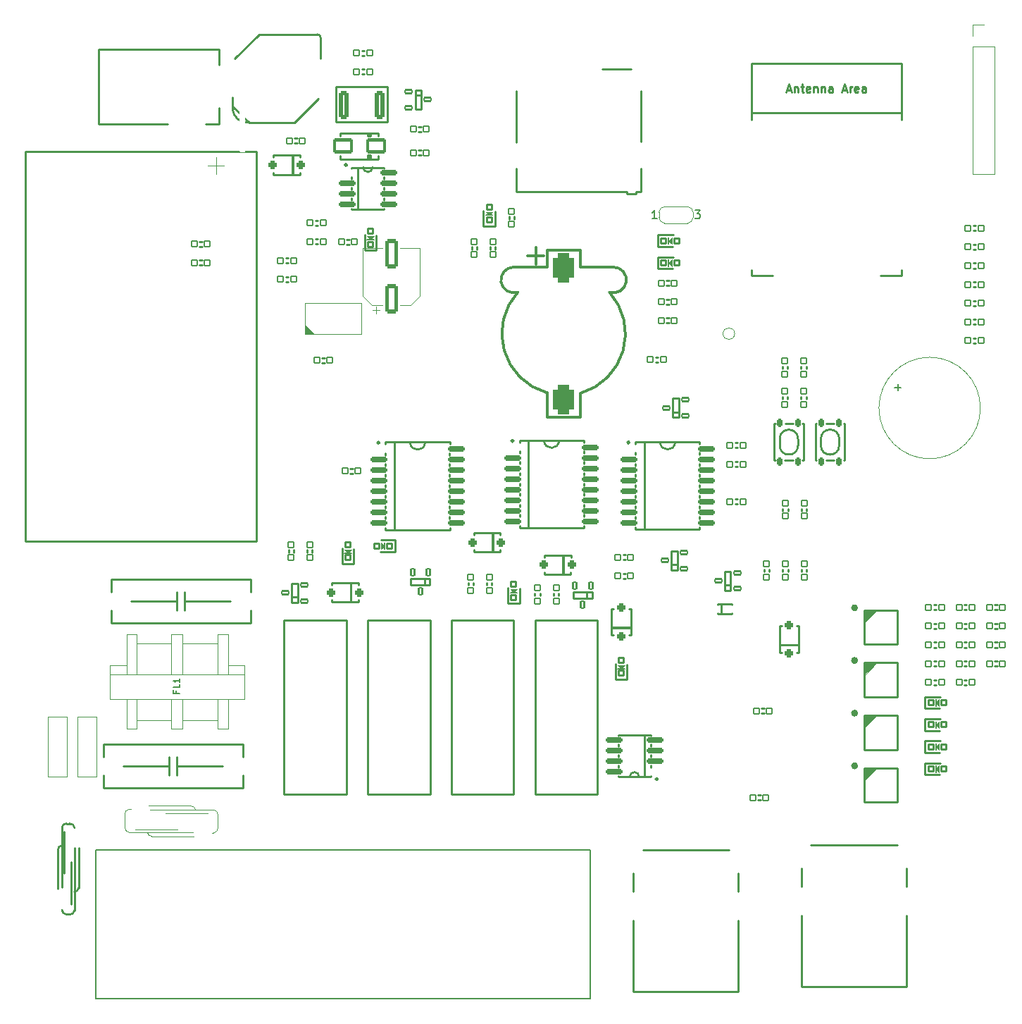
<source format=gbr>
%TF.GenerationSoftware,KiCad,Pcbnew,9.0.2*%
%TF.CreationDate,2025-09-14T14:53:03+07:00*%
%TF.ProjectId,train1,74726169-6e31-42e6-9b69-6361645f7063,rev?*%
%TF.SameCoordinates,Original*%
%TF.FileFunction,Legend,Top*%
%TF.FilePolarity,Positive*%
%FSLAX46Y46*%
G04 Gerber Fmt 4.6, Leading zero omitted, Abs format (unit mm)*
G04 Created by KiCad (PCBNEW 9.0.2) date 2025-09-14 14:53:03*
%MOMM*%
%LPD*%
G01*
G04 APERTURE LIST*
G04 Aperture macros list*
%AMRoundRect*
0 Rectangle with rounded corners*
0 $1 Rounding radius*
0 $2 $3 $4 $5 $6 $7 $8 $9 X,Y pos of 4 corners*
0 Add a 4 corners polygon primitive as box body*
4,1,4,$2,$3,$4,$5,$6,$7,$8,$9,$2,$3,0*
0 Add four circle primitives for the rounded corners*
1,1,$1+$1,$2,$3*
1,1,$1+$1,$4,$5*
1,1,$1+$1,$6,$7*
1,1,$1+$1,$8,$9*
0 Add four rect primitives between the rounded corners*
20,1,$1+$1,$2,$3,$4,$5,0*
20,1,$1+$1,$4,$5,$6,$7,0*
20,1,$1+$1,$6,$7,$8,$9,0*
20,1,$1+$1,$8,$9,$2,$3,0*%
%AMOutline4P*
0 Free polygon, 4 corners , with rotation*
0 The origin of the aperture is its center*
0 number of corners: always 4*
0 $1 to $8 corner X, Y*
0 $9 Rotation angle, in degrees counterclockwise*
0 create outline with 4 corners*
4,1,4,$1,$2,$3,$4,$5,$6,$7,$8,$1,$2,$9*%
%AMOutline5P*
0 Free polygon, 5 corners , with rotation*
0 The origin of the aperture is its center*
0 number of corners: always 5*
0 $1 to $10 corner X, Y*
0 $11 Rotation angle, in degrees counterclockwise*
0 create outline with 5 corners*
4,1,5,$1,$2,$3,$4,$5,$6,$7,$8,$9,$10,$1,$2,$11*%
%AMOutline6P*
0 Free polygon, 6 corners , with rotation*
0 The origin of the aperture is its center*
0 number of corners: always 6*
0 $1 to $12 corner X, Y*
0 $13 Rotation angle, in degrees counterclockwise*
0 create outline with 6 corners*
4,1,6,$1,$2,$3,$4,$5,$6,$7,$8,$9,$10,$11,$12,$1,$2,$13*%
%AMOutline7P*
0 Free polygon, 7 corners , with rotation*
0 The origin of the aperture is its center*
0 number of corners: always 7*
0 $1 to $14 corner X, Y*
0 $15 Rotation angle, in degrees counterclockwise*
0 create outline with 7 corners*
4,1,7,$1,$2,$3,$4,$5,$6,$7,$8,$9,$10,$11,$12,$13,$14,$1,$2,$15*%
%AMOutline8P*
0 Free polygon, 8 corners , with rotation*
0 The origin of the aperture is its center*
0 number of corners: always 8*
0 $1 to $16 corner X, Y*
0 $17 Rotation angle, in degrees counterclockwise*
0 create outline with 8 corners*
4,1,8,$1,$2,$3,$4,$5,$6,$7,$8,$9,$10,$11,$12,$13,$14,$15,$16,$1,$2,$17*%
%AMFreePoly0*
4,1,23,0.550000,-0.750000,0.000000,-0.750000,0.000000,-0.745722,-0.065263,-0.745722,-0.191342,-0.711940,-0.304381,-0.646677,-0.396677,-0.554381,-0.461940,-0.441342,-0.495722,-0.315263,-0.495722,-0.250000,-0.500000,-0.250000,-0.500000,0.250000,-0.495722,0.250000,-0.495722,0.315263,-0.461940,0.441342,-0.396677,0.554381,-0.304381,0.646677,-0.191342,0.711940,-0.065263,0.745722,0.000000,0.745722,
0.000000,0.750000,0.550000,0.750000,0.550000,-0.750000,0.550000,-0.750000,$1*%
%AMFreePoly1*
4,1,23,0.000000,0.745722,0.065263,0.745722,0.191342,0.711940,0.304381,0.646677,0.396677,0.554381,0.461940,0.441342,0.495722,0.315263,0.495722,0.250000,0.500000,0.250000,0.500000,-0.250000,0.495722,-0.250000,0.495722,-0.315263,0.461940,-0.441342,0.396677,-0.554381,0.304381,-0.646677,0.191342,-0.711940,0.065263,-0.745722,0.000000,-0.745722,0.000000,-0.750000,-0.550000,-0.750000,
-0.550000,0.750000,0.000000,0.750000,0.000000,0.745722,0.000000,0.745722,$1*%
G04 Aperture macros list end*
%ADD10C,0.150000*%
%ADD11C,0.200000*%
%ADD12C,0.250000*%
%ADD13C,0.120000*%
%ADD14C,0.100000*%
%ADD15C,0.283607*%
%ADD16C,0.425960*%
%ADD17C,0.300000*%
%ADD18R,2.000000X2.000000*%
%ADD19C,2.000000*%
%ADD20O,1.700000X1.700000*%
%ADD21R,1.700000X1.700000*%
%ADD22R,2.700000X3.600000*%
%ADD23RoundRect,0.275000X0.275000X0.275000X-0.275000X0.275000X-0.275000X-0.275000X0.275000X-0.275000X0*%
%ADD24RoundRect,0.180000X1.020000X0.720000X-1.020000X0.720000X-1.020000X-0.720000X1.020000X-0.720000X0*%
%ADD25RoundRect,0.085000X0.340000X0.365000X-0.340000X0.365000X-0.340000X-0.365000X0.340000X-0.365000X0*%
%ADD26RoundRect,0.085000X-0.340000X-0.365000X0.340000X-0.365000X0.340000X0.365000X-0.340000X0.365000X0*%
%ADD27RoundRect,0.250000X0.312500X1.450000X-0.312500X1.450000X-0.312500X-1.450000X0.312500X-1.450000X0*%
%ADD28RoundRect,0.127500X0.322500X-0.297500X0.322500X0.297500X-0.322500X0.297500X-0.322500X-0.297500X0*%
%ADD29RoundRect,0.150000X-0.825000X-0.150000X0.825000X-0.150000X0.825000X0.150000X-0.825000X0.150000X0*%
%ADD30Outline5P,-0.975000X0.000000X-0.675000X0.300000X0.975000X0.300000X0.975000X-0.300000X-0.975000X-0.300000X0.000000*%
%ADD31RoundRect,0.127500X-0.297500X-0.322500X0.297500X-0.322500X0.297500X0.322500X-0.297500X0.322500X0*%
%ADD32Outline5P,-0.750000X0.120000X-0.570000X0.300000X0.750000X0.300000X0.750000X-0.300000X-0.750000X-0.300000X0.000000*%
%ADD33R,1.500000X0.600000*%
%ADD34RoundRect,0.085000X0.365000X-0.340000X0.365000X0.340000X-0.365000X0.340000X-0.365000X-0.340000X0*%
%ADD35C,1.607998*%
%ADD36C,1.600000*%
%ADD37R,1.500000X1.500000*%
%ADD38C,1.500000*%
%ADD39C,3.000000*%
%ADD40RoundRect,0.085000X-0.365000X0.340000X-0.365000X-0.340000X0.365000X-0.340000X0.365000X0.340000X0*%
%ADD41Outline4P,-0.750000X-0.750000X0.750000X-0.750000X0.750000X0.750000X-0.750000X0.750000X0.000000*%
%ADD42RoundRect,0.090000X-0.410000X-0.210000X0.410000X-0.210000X0.410000X0.210000X-0.410000X0.210000X0*%
%ADD43Outline5P,-1.025000X0.000000X-0.725000X0.300000X1.025000X0.300000X1.025000X-0.300000X-1.025000X-0.300000X0.000000*%
%ADD44RoundRect,0.150000X-0.875000X-0.150000X0.875000X-0.150000X0.875000X0.150000X-0.875000X0.150000X0*%
%ADD45C,2.200000*%
%ADD46RoundRect,0.275000X0.275000X-0.275000X0.275000X0.275000X-0.275000X0.275000X-0.275000X-0.275000X0*%
%ADD47RoundRect,0.162500X-0.162500X0.362500X-0.162500X-0.362500X0.162500X-0.362500X0.162500X0.362500X0*%
%ADD48RoundRect,0.090000X-0.210000X0.410000X-0.210000X-0.410000X0.210000X-0.410000X0.210000X0.410000X0*%
%ADD49C,1.800000*%
%ADD50C,1.000000*%
%ADD51C,1.244600*%
%ADD52RoundRect,0.647700X0.647700X-1.155700X0.647700X1.155700X-0.647700X1.155700X-0.647700X-1.155700X0*%
%ADD53R,1.500000X0.900000*%
%ADD54R,0.900000X1.500000*%
%ADD55C,0.600000*%
%ADD56R,4.100000X4.100000*%
%ADD57R,0.800000X0.600000*%
%ADD58FreePoly0,0.000000*%
%ADD59R,1.000000X1.500000*%
%ADD60FreePoly1,0.000000*%
%ADD61RoundRect,0.090000X0.410000X0.210000X-0.410000X0.210000X-0.410000X-0.210000X0.410000X-0.210000X0*%
%ADD62C,0.950000*%
%ADD63R,0.620000X1.400000*%
%ADD64R,1.100000X2.400000*%
%ADD65R,1.800000X4.400000*%
%ADD66O,1.800000X4.000000*%
%ADD67O,4.000000X1.800000*%
%ADD68RoundRect,0.250000X0.550000X-1.500000X0.550000X1.500000X-0.550000X1.500000X-0.550000X-1.500000X0*%
%ADD69R,1.500000X2.000000*%
%ADD70R,3.800000X2.000000*%
%ADD71Outline5P,-0.975000X0.000000X-0.675000X0.300000X0.975000X0.300000X0.975000X-0.300000X-0.975000X-0.300000X180.000000*%
%ADD72RoundRect,0.150000X0.825000X0.150000X-0.825000X0.150000X-0.825000X-0.150000X0.825000X-0.150000X0*%
%ADD73O,4.000000X2.000000*%
%ADD74C,0.800000*%
%ADD75C,6.400000*%
%ADD76RoundRect,0.127500X0.297500X0.322500X-0.297500X0.322500X-0.297500X-0.322500X0.297500X-0.322500X0*%
G04 APERTURE END LIST*
D10*
X248709048Y-72133866D02*
X249470953Y-72133866D01*
X249090000Y-72514819D02*
X249090000Y-71752914D01*
D11*
X162340647Y-108590476D02*
X162340647Y-108857142D01*
X162759695Y-108857142D02*
X161959695Y-108857142D01*
X161959695Y-108857142D02*
X161959695Y-108476190D01*
X162759695Y-107790476D02*
X162759695Y-108171428D01*
X162759695Y-108171428D02*
X161959695Y-108171428D01*
X162759695Y-107104762D02*
X162759695Y-107561905D01*
X162759695Y-107333333D02*
X161959695Y-107333333D01*
X161959695Y-107333333D02*
X162073980Y-107409524D01*
X162073980Y-107409524D02*
X162150171Y-107485714D01*
X162150171Y-107485714D02*
X162188266Y-107561905D01*
D12*
X235738094Y-36388904D02*
X236214284Y-36388904D01*
X235642856Y-36674619D02*
X235976189Y-35674619D01*
X235976189Y-35674619D02*
X236309522Y-36674619D01*
X236642856Y-36007952D02*
X236642856Y-36674619D01*
X236642856Y-36103190D02*
X236690475Y-36055571D01*
X236690475Y-36055571D02*
X236785713Y-36007952D01*
X236785713Y-36007952D02*
X236928570Y-36007952D01*
X236928570Y-36007952D02*
X237023808Y-36055571D01*
X237023808Y-36055571D02*
X237071427Y-36150809D01*
X237071427Y-36150809D02*
X237071427Y-36674619D01*
X237404761Y-36007952D02*
X237785713Y-36007952D01*
X237547618Y-35674619D02*
X237547618Y-36531761D01*
X237547618Y-36531761D02*
X237595237Y-36627000D01*
X237595237Y-36627000D02*
X237690475Y-36674619D01*
X237690475Y-36674619D02*
X237785713Y-36674619D01*
X238499999Y-36627000D02*
X238404761Y-36674619D01*
X238404761Y-36674619D02*
X238214285Y-36674619D01*
X238214285Y-36674619D02*
X238119047Y-36627000D01*
X238119047Y-36627000D02*
X238071428Y-36531761D01*
X238071428Y-36531761D02*
X238071428Y-36150809D01*
X238071428Y-36150809D02*
X238119047Y-36055571D01*
X238119047Y-36055571D02*
X238214285Y-36007952D01*
X238214285Y-36007952D02*
X238404761Y-36007952D01*
X238404761Y-36007952D02*
X238499999Y-36055571D01*
X238499999Y-36055571D02*
X238547618Y-36150809D01*
X238547618Y-36150809D02*
X238547618Y-36246047D01*
X238547618Y-36246047D02*
X238071428Y-36341285D01*
X238976190Y-36007952D02*
X238976190Y-36674619D01*
X238976190Y-36103190D02*
X239023809Y-36055571D01*
X239023809Y-36055571D02*
X239119047Y-36007952D01*
X239119047Y-36007952D02*
X239261904Y-36007952D01*
X239261904Y-36007952D02*
X239357142Y-36055571D01*
X239357142Y-36055571D02*
X239404761Y-36150809D01*
X239404761Y-36150809D02*
X239404761Y-36674619D01*
X239880952Y-36007952D02*
X239880952Y-36674619D01*
X239880952Y-36103190D02*
X239928571Y-36055571D01*
X239928571Y-36055571D02*
X240023809Y-36007952D01*
X240023809Y-36007952D02*
X240166666Y-36007952D01*
X240166666Y-36007952D02*
X240261904Y-36055571D01*
X240261904Y-36055571D02*
X240309523Y-36150809D01*
X240309523Y-36150809D02*
X240309523Y-36674619D01*
X241214285Y-36674619D02*
X241214285Y-36150809D01*
X241214285Y-36150809D02*
X241166666Y-36055571D01*
X241166666Y-36055571D02*
X241071428Y-36007952D01*
X241071428Y-36007952D02*
X240880952Y-36007952D01*
X240880952Y-36007952D02*
X240785714Y-36055571D01*
X241214285Y-36627000D02*
X241119047Y-36674619D01*
X241119047Y-36674619D02*
X240880952Y-36674619D01*
X240880952Y-36674619D02*
X240785714Y-36627000D01*
X240785714Y-36627000D02*
X240738095Y-36531761D01*
X240738095Y-36531761D02*
X240738095Y-36436523D01*
X240738095Y-36436523D02*
X240785714Y-36341285D01*
X240785714Y-36341285D02*
X240880952Y-36293666D01*
X240880952Y-36293666D02*
X241119047Y-36293666D01*
X241119047Y-36293666D02*
X241214285Y-36246047D01*
X242404762Y-36388904D02*
X242880952Y-36388904D01*
X242309524Y-36674619D02*
X242642857Y-35674619D01*
X242642857Y-35674619D02*
X242976190Y-36674619D01*
X243309524Y-36674619D02*
X243309524Y-36007952D01*
X243309524Y-36198428D02*
X243357143Y-36103190D01*
X243357143Y-36103190D02*
X243404762Y-36055571D01*
X243404762Y-36055571D02*
X243500000Y-36007952D01*
X243500000Y-36007952D02*
X243595238Y-36007952D01*
X244309524Y-36627000D02*
X244214286Y-36674619D01*
X244214286Y-36674619D02*
X244023810Y-36674619D01*
X244023810Y-36674619D02*
X243928572Y-36627000D01*
X243928572Y-36627000D02*
X243880953Y-36531761D01*
X243880953Y-36531761D02*
X243880953Y-36150809D01*
X243880953Y-36150809D02*
X243928572Y-36055571D01*
X243928572Y-36055571D02*
X244023810Y-36007952D01*
X244023810Y-36007952D02*
X244214286Y-36007952D01*
X244214286Y-36007952D02*
X244309524Y-36055571D01*
X244309524Y-36055571D02*
X244357143Y-36150809D01*
X244357143Y-36150809D02*
X244357143Y-36246047D01*
X244357143Y-36246047D02*
X243880953Y-36341285D01*
X245214286Y-36674619D02*
X245214286Y-36150809D01*
X245214286Y-36150809D02*
X245166667Y-36055571D01*
X245166667Y-36055571D02*
X245071429Y-36007952D01*
X245071429Y-36007952D02*
X244880953Y-36007952D01*
X244880953Y-36007952D02*
X244785715Y-36055571D01*
X245214286Y-36627000D02*
X245119048Y-36674619D01*
X245119048Y-36674619D02*
X244880953Y-36674619D01*
X244880953Y-36674619D02*
X244785715Y-36627000D01*
X244785715Y-36627000D02*
X244738096Y-36531761D01*
X244738096Y-36531761D02*
X244738096Y-36436523D01*
X244738096Y-36436523D02*
X244785715Y-36341285D01*
X244785715Y-36341285D02*
X244880953Y-36293666D01*
X244880953Y-36293666D02*
X245119048Y-36293666D01*
X245119048Y-36293666D02*
X245214286Y-36246047D01*
D10*
X220100714Y-51854819D02*
X219529286Y-51854819D01*
X219815000Y-51854819D02*
X219815000Y-50854819D01*
X219815000Y-50854819D02*
X219719762Y-50997676D01*
X219719762Y-50997676D02*
X219624524Y-51092914D01*
X219624524Y-51092914D02*
X219529286Y-51140533D01*
X224681667Y-50854819D02*
X225300714Y-50854819D01*
X225300714Y-50854819D02*
X224967381Y-51235771D01*
X224967381Y-51235771D02*
X225110238Y-51235771D01*
X225110238Y-51235771D02*
X225205476Y-51283390D01*
X225205476Y-51283390D02*
X225253095Y-51331009D01*
X225253095Y-51331009D02*
X225300714Y-51426247D01*
X225300714Y-51426247D02*
X225300714Y-51664342D01*
X225300714Y-51664342D02*
X225253095Y-51759580D01*
X225253095Y-51759580D02*
X225205476Y-51807200D01*
X225205476Y-51807200D02*
X225110238Y-51854819D01*
X225110238Y-51854819D02*
X224824524Y-51854819D01*
X224824524Y-51854819D02*
X224729286Y-51807200D01*
X224729286Y-51807200D02*
X224681667Y-51759580D01*
D13*
%TO.C,BZ1*%
X259000000Y-74600000D02*
G75*
G02*
X246800000Y-74600000I-6100000J0D01*
G01*
X246800000Y-74600000D02*
G75*
G02*
X259000000Y-74600000I6100000J0D01*
G01*
%TO.C,J5*%
X260730000Y-31170000D02*
X260730000Y-46470000D01*
X258070000Y-46470000D02*
X260730000Y-46470000D01*
X258070000Y-31170000D02*
X260730000Y-31170000D01*
X258070000Y-31170000D02*
X258070000Y-46470000D01*
X258070000Y-29900000D02*
X258070000Y-28570000D01*
X258070000Y-28570000D02*
X259400000Y-28570000D01*
D12*
%TO.C,L1*%
X179283987Y-29701648D02*
G75*
G02*
X179703986Y-30141648I5922J-414801D01*
G01*
X171000000Y-40300000D02*
G75*
G02*
X169100004Y-38720000I-139040J1765200D01*
G01*
X179703987Y-30141648D02*
X179700000Y-32625000D01*
X179400000Y-37475000D02*
X176570000Y-40300000D01*
X176570000Y-40300000D02*
X171000000Y-40300000D01*
X172280000Y-29710000D02*
X179283987Y-29701648D01*
X169325000Y-32625000D02*
X172280000Y-29710000D01*
X169100000Y-38720000D02*
X169100000Y-37275000D01*
X169100000Y-38350000D02*
X171110000Y-40300000D01*
%TO.C,Z2*%
D13*
X176435000Y-46600000D02*
X176205000Y-46600000D01*
X176205000Y-44170000D01*
X176435000Y-44170000D01*
X176435000Y-46600000D01*
G36*
X176435000Y-46600000D02*
G01*
X176205000Y-46600000D01*
X176205000Y-44170000D01*
X176435000Y-44170000D01*
X176435000Y-46600000D01*
G37*
D12*
X177235000Y-44230000D02*
X177235000Y-44480000D01*
X177225000Y-46540000D02*
X177225000Y-46290000D01*
X177225000Y-46540000D02*
X174025000Y-46540000D01*
X174035000Y-44230000D02*
X177235000Y-44230000D01*
X174025000Y-46540000D02*
X174025000Y-46290000D01*
X174025000Y-44485000D02*
X174025000Y-44235000D01*
%TO.C,D2*%
X185700000Y-44700000D02*
X185350000Y-44700000D01*
X185350000Y-44250000D01*
X185700000Y-44250000D01*
X185700000Y-44700000D01*
G36*
X185700000Y-44700000D02*
G01*
X185350000Y-44700000D01*
X185350000Y-44250000D01*
X185700000Y-44250000D01*
X185700000Y-44700000D01*
G37*
X185700000Y-41950000D02*
X185350000Y-41950000D01*
X185350000Y-41550000D01*
X185700000Y-41550000D01*
X185700000Y-41950000D01*
G36*
X185700000Y-41950000D02*
G01*
X185350000Y-41950000D01*
X185350000Y-41550000D01*
X185700000Y-41550000D01*
X185700000Y-41950000D01*
G37*
X186650000Y-44700000D02*
X186650000Y-44300000D01*
X186650000Y-44700000D02*
X182000000Y-44700000D01*
X186600000Y-41950000D02*
X186600000Y-41550000D01*
X186600000Y-41550000D02*
X182050000Y-41550000D01*
X182050000Y-41550000D02*
X182050000Y-41950000D01*
X182000000Y-44700000D02*
X182000000Y-44300000D01*
%TO.C,C10*%
X176875000Y-42780000D02*
X176575000Y-42780000D01*
X176875000Y-42180000D02*
X176575000Y-42180000D01*
%TO.C,C14*%
X175510000Y-57200000D02*
X175810000Y-57200000D01*
X175510000Y-56600000D02*
X175810000Y-56600000D01*
%TO.C,F2*%
X187715000Y-40260000D02*
X181495000Y-40260000D01*
X181495000Y-36040000D01*
X187715000Y-36040000D01*
X187715000Y-40260000D01*
%TO.C,C17*%
X179050000Y-54900000D02*
X179350000Y-54900000D01*
X179050000Y-54300000D02*
X179350000Y-54300000D01*
%TO.C,R6*%
X182810000Y-54950000D02*
X183110000Y-54950000D01*
X182810000Y-54350000D02*
X183110000Y-54350000D01*
D14*
%TO.C,LE4*%
X185700000Y-54350000D02*
X185300000Y-53950000D01*
X186100000Y-53950000D01*
X185700000Y-54350000D01*
G36*
X185700000Y-54350000D02*
G01*
X185300000Y-53950000D01*
X186100000Y-53950000D01*
X185700000Y-54350000D01*
G37*
D12*
X186400000Y-55650000D02*
X186400000Y-53875000D01*
D11*
X185300000Y-54350000D02*
X186100000Y-54350000D01*
D12*
X185000000Y-55650000D02*
X186400000Y-55650000D01*
X185000000Y-55650000D02*
X185000000Y-53800000D01*
%TO.C,C16*%
X179050000Y-52650000D02*
X179350000Y-52650000D01*
X179050000Y-52050000D02*
X179350000Y-52050000D01*
%TO.C,C15*%
X175510000Y-59450000D02*
X175810000Y-59450000D01*
X175510000Y-58850000D02*
X175810000Y-58850000D01*
%TO.C,C8*%
X184950000Y-34500000D02*
X184650000Y-34500000D01*
X184950000Y-33900000D02*
X184650000Y-33900000D01*
%TO.C,U1*%
D15*
X182866803Y-45415000D02*
G75*
G02*
X182583197Y-45415000I-141803J0D01*
G01*
X182583197Y-45415000D02*
G75*
G02*
X182866803Y-45415000I141803J0D01*
G01*
D12*
X185935000Y-45695000D02*
G75*
G02*
X184814942Y-45695000I-560029J-3285D01*
G01*
X187325000Y-50625000D02*
X187325000Y-50735000D01*
X187325000Y-49615000D02*
X187325000Y-49375000D01*
X187325000Y-48335000D02*
X187325000Y-48095000D01*
X187325000Y-47075000D02*
X187325000Y-46835000D01*
X187315000Y-45805000D02*
X187315000Y-45695000D01*
X187315000Y-45695000D02*
X183415000Y-45695000D01*
X184175000Y-45725000D02*
X184175000Y-50725000D01*
X183425000Y-50735000D02*
X187325000Y-50735000D01*
X183425000Y-50625000D02*
X183425000Y-50735000D01*
X183425000Y-49615000D02*
X183425000Y-49375000D01*
X183425000Y-48345000D02*
X183425000Y-48105000D01*
X183425000Y-47085000D02*
X183425000Y-46845000D01*
X183415000Y-45805000D02*
X183415000Y-45695000D01*
%TO.C,R17*%
X257050000Y-101105000D02*
X257350000Y-101105000D01*
X257050000Y-100505000D02*
X257350000Y-100505000D01*
%TO.C,C25*%
X253400000Y-103355000D02*
X253700000Y-103355000D01*
X253400000Y-102755000D02*
X253700000Y-102755000D01*
D14*
%TO.C,LE12*%
X254050000Y-118355000D02*
X253650000Y-117955000D01*
X254050000Y-117555000D01*
X254050000Y-118355000D01*
G36*
X254050000Y-118355000D02*
G01*
X253650000Y-117955000D01*
X254050000Y-117555000D01*
X254050000Y-118355000D01*
G37*
D11*
X253650000Y-117555000D02*
X253650000Y-118355000D01*
D12*
X252350000Y-118655000D02*
X254125000Y-118655000D01*
X252350000Y-117255000D02*
X254200000Y-117255000D01*
X252350000Y-117255000D02*
X252350000Y-118655000D01*
%TO.C,U9*%
X245050000Y-117855000D02*
X249025000Y-117855000D01*
X249025000Y-121955000D01*
X245050000Y-121955000D01*
X245050000Y-117855000D01*
D16*
X244087980Y-117580000D02*
G75*
G02*
X243662020Y-117580000I-212980J0D01*
G01*
X243662020Y-117580000D02*
G75*
G02*
X244087980Y-117580000I212980J0D01*
G01*
D13*
X245025000Y-119405000D02*
X245050000Y-117855000D01*
X246575000Y-117855000D01*
X245025000Y-119405000D01*
G36*
X245025000Y-119405000D02*
G01*
X245050000Y-117855000D01*
X246575000Y-117855000D01*
X245025000Y-119405000D01*
G37*
D14*
%TO.C,LE2*%
X254050000Y-110405000D02*
X253650000Y-110005000D01*
X254050000Y-109605000D01*
X254050000Y-110405000D01*
G36*
X254050000Y-110405000D02*
G01*
X253650000Y-110005000D01*
X254050000Y-109605000D01*
X254050000Y-110405000D01*
G37*
D11*
X253650000Y-109605000D02*
X253650000Y-110405000D01*
D12*
X252350000Y-110705000D02*
X254125000Y-110705000D01*
X252350000Y-109305000D02*
X254200000Y-109305000D01*
X252350000Y-109305000D02*
X252350000Y-110705000D01*
%TO.C,C13*%
X253400000Y-101105000D02*
X253700000Y-101105000D01*
X253400000Y-100505000D02*
X253700000Y-100505000D01*
D14*
%TO.C,LE9*%
X254050000Y-115705000D02*
X253650000Y-115305000D01*
X254050000Y-114905000D01*
X254050000Y-115705000D01*
G36*
X254050000Y-115705000D02*
G01*
X253650000Y-115305000D01*
X254050000Y-114905000D01*
X254050000Y-115705000D01*
G37*
D11*
X253650000Y-114905000D02*
X253650000Y-115705000D01*
D12*
X252350000Y-116005000D02*
X254125000Y-116005000D01*
X252350000Y-114605000D02*
X254200000Y-114605000D01*
X252350000Y-114605000D02*
X252350000Y-116005000D01*
D13*
%TO.C,U8*%
X245025000Y-113080000D02*
X245050000Y-111530000D01*
X246575000Y-111530000D01*
X245025000Y-113080000D01*
G36*
X245025000Y-113080000D02*
G01*
X245050000Y-111530000D01*
X246575000Y-111530000D01*
X245025000Y-113080000D01*
G37*
D16*
X244087980Y-111255000D02*
G75*
G02*
X243662020Y-111255000I-212980J0D01*
G01*
X243662020Y-111255000D02*
G75*
G02*
X244087980Y-111255000I212980J0D01*
G01*
D12*
X245050000Y-111530000D02*
X249025000Y-111530000D01*
X249025000Y-115630000D01*
X245050000Y-115630000D01*
X245050000Y-111530000D01*
%TO.C,R4*%
X253400000Y-107855000D02*
X253700000Y-107855000D01*
X253400000Y-107255000D02*
X253700000Y-107255000D01*
%TO.C,R3*%
X253400000Y-105605000D02*
X253700000Y-105605000D01*
X253400000Y-105005000D02*
X253700000Y-105005000D01*
D13*
%TO.C,U5*%
X245025000Y-100430000D02*
X245050000Y-98880000D01*
X246575000Y-98880000D01*
X245025000Y-100430000D01*
G36*
X245025000Y-100430000D02*
G01*
X245050000Y-98880000D01*
X246575000Y-98880000D01*
X245025000Y-100430000D01*
G37*
D16*
X244087980Y-98605000D02*
G75*
G02*
X243662020Y-98605000I-212980J0D01*
G01*
X243662020Y-98605000D02*
G75*
G02*
X244087980Y-98605000I212980J0D01*
G01*
D12*
X245050000Y-98880000D02*
X249025000Y-98880000D01*
X249025000Y-102980000D01*
X245050000Y-102980000D01*
X245050000Y-98880000D01*
%TO.C,R20*%
X257050000Y-107855000D02*
X257350000Y-107855000D01*
X257050000Y-107255000D02*
X257350000Y-107255000D01*
%TO.C,R19*%
X257050000Y-105605000D02*
X257350000Y-105605000D01*
X257050000Y-105005000D02*
X257350000Y-105005000D01*
D13*
%TO.C,U6*%
X245025000Y-106755000D02*
X245050000Y-105205000D01*
X246575000Y-105205000D01*
X245025000Y-106755000D01*
G36*
X245025000Y-106755000D02*
G01*
X245050000Y-105205000D01*
X246575000Y-105205000D01*
X245025000Y-106755000D01*
G37*
D16*
X244087980Y-104930000D02*
G75*
G02*
X243662020Y-104930000I-212980J0D01*
G01*
X243662020Y-104930000D02*
G75*
G02*
X244087980Y-104930000I212980J0D01*
G01*
D12*
X245050000Y-105205000D02*
X249025000Y-105205000D01*
X249025000Y-109305000D01*
X245050000Y-109305000D01*
X245050000Y-105205000D01*
%TO.C,R18*%
X257050000Y-103355000D02*
X257350000Y-103355000D01*
X257050000Y-102755000D02*
X257350000Y-102755000D01*
D14*
%TO.C,LE3*%
X254050000Y-113055000D02*
X253650000Y-112655000D01*
X254050000Y-112255000D01*
X254050000Y-113055000D01*
G36*
X254050000Y-113055000D02*
G01*
X253650000Y-112655000D01*
X254050000Y-112255000D01*
X254050000Y-113055000D01*
G37*
D11*
X253650000Y-112255000D02*
X253650000Y-113055000D01*
D12*
X252350000Y-113355000D02*
X254125000Y-113355000D01*
X252350000Y-111955000D02*
X254200000Y-111955000D01*
X252350000Y-111955000D02*
X252350000Y-113355000D01*
%TO.C,R1*%
X202350000Y-51900000D02*
X202350000Y-51600000D01*
X202950000Y-51900000D02*
X202950000Y-51600000D01*
%TO.C,R9*%
X197437500Y-95887499D02*
X197437500Y-95587499D01*
X198037500Y-95887499D02*
X198037500Y-95587499D01*
%TO.C,R36*%
X219950000Y-68500000D02*
X220250000Y-68500000D01*
X219950000Y-69100000D02*
X220250000Y-69100000D01*
%TO.C,LE14*%
X220215000Y-56450000D02*
X220215000Y-57850000D01*
X220215000Y-56450000D02*
X222065000Y-56450000D01*
X220215000Y-57850000D02*
X221990000Y-57850000D01*
D11*
X221515000Y-56750000D02*
X221515000Y-57550000D01*
D14*
X221915000Y-57550000D02*
X221515000Y-57150000D01*
X221915000Y-56750000D01*
X221915000Y-57550000D01*
G36*
X221915000Y-57550000D02*
G01*
X221515000Y-57150000D01*
X221915000Y-56750000D01*
X221915000Y-57550000D01*
G37*
%TO.C,RL3*%
D12*
X185366666Y-100099999D02*
X192841666Y-100099999D01*
X192841666Y-120999999D01*
X185366666Y-120999999D01*
X185366666Y-100099999D01*
%TO.C,C12*%
X253400000Y-98255000D02*
X253700000Y-98255000D01*
X253400000Y-98855000D02*
X253700000Y-98855000D01*
D13*
%TO.C,C2*%
X146930000Y-111680000D02*
X149170000Y-111680000D01*
X146930000Y-118920000D02*
X146930000Y-111680000D01*
X146930000Y-118920000D02*
X149170000Y-118920000D01*
X149170000Y-118920000D02*
X149170000Y-111680000D01*
D14*
%TO.C,PS1*%
X144200000Y-43750000D02*
X172000000Y-43750000D01*
X144200000Y-90650000D02*
X144200000Y-43750000D01*
D13*
X166100000Y-45500000D02*
X168100000Y-45500000D01*
X167100000Y-46500000D02*
X167100000Y-44500000D01*
D14*
X172000000Y-43750000D02*
X172000000Y-90650000D01*
X172000000Y-90650000D02*
X144200000Y-90650000D01*
D12*
X144200000Y-90650000D02*
X172000000Y-90650000D01*
X172000000Y-43750000D01*
X144200000Y-43750000D01*
X144200000Y-90650000D01*
%TO.C,R38*%
X165125000Y-56850000D02*
X165425000Y-56850000D01*
X165125000Y-57450000D02*
X165425000Y-57450000D01*
%TO.C,LE8*%
X202200000Y-98087500D02*
X202200000Y-96237500D01*
X202200000Y-98087500D02*
X203600000Y-98087500D01*
D11*
X202500000Y-96787500D02*
X203300000Y-96787500D01*
D12*
X203600000Y-98087500D02*
X203600000Y-96312500D01*
D14*
X202900000Y-96787500D02*
X202500000Y-96387500D01*
X203300000Y-96387500D01*
X202900000Y-96787500D01*
G36*
X202900000Y-96787500D02*
G01*
X202500000Y-96387500D01*
X203300000Y-96387500D01*
X202900000Y-96787500D01*
G37*
D12*
%TO.C,R32*%
X258135000Y-63950000D02*
X258435000Y-63950000D01*
X258135000Y-64550000D02*
X258435000Y-64550000D01*
%TO.C,R23*%
X232250000Y-121100000D02*
X232550000Y-121100000D01*
X232250000Y-121700000D02*
X232550000Y-121700000D01*
%TO.C,J2*%
X217290000Y-132700000D02*
X217290000Y-130520000D01*
X217290000Y-144720000D02*
X217290000Y-136200000D01*
X217290000Y-144720000D02*
X229900000Y-144720000D01*
X218410000Y-127670000D02*
X228790000Y-127670000D01*
X229910000Y-132700000D02*
X229910000Y-130520000D01*
X229910000Y-136200000D02*
X229900000Y-144720000D01*
%TO.C,D7*%
X181007500Y-95849999D02*
X181007500Y-95599999D01*
X181007500Y-97904999D02*
X181007500Y-97654999D01*
X181017500Y-95594999D02*
X184217500Y-95594999D01*
X184207500Y-97904999D02*
X181007500Y-97904999D01*
X184207500Y-97904999D02*
X184207500Y-97654999D01*
X184217500Y-95594999D02*
X184217500Y-95844999D01*
D13*
X183417500Y-97964999D02*
X183187500Y-97964999D01*
X183187500Y-95534999D01*
X183417500Y-95534999D01*
X183417500Y-97964999D01*
G36*
X183417500Y-97964999D02*
G01*
X183187500Y-97964999D01*
X183187500Y-95534999D01*
X183417500Y-95534999D01*
X183417500Y-97964999D01*
G37*
D12*
%TO.C,R14*%
X175819999Y-91665000D02*
X175819999Y-91965000D01*
X176419999Y-91665000D02*
X176419999Y-91965000D01*
%TO.C,C6*%
X197850000Y-55550000D02*
X197850000Y-55250000D01*
X198450000Y-55550000D02*
X198450000Y-55250000D01*
%TO.C,C11*%
X191765000Y-40800000D02*
X191465000Y-40800000D01*
X191765000Y-41400000D02*
X191465000Y-41400000D01*
%TO.C,R22*%
X237500000Y-86975000D02*
X237500000Y-86675000D01*
X238100000Y-86975000D02*
X238100000Y-86675000D01*
D13*
%TO.C,FL1*%
X157550000Y-102900000D02*
X161750000Y-102900000D01*
X157550000Y-112100000D02*
X161750000Y-112100000D01*
X163050000Y-102900000D02*
X167350000Y-102900000D01*
X163050000Y-112100000D02*
X167350000Y-112100000D01*
X154350000Y-106600000D02*
X156350000Y-106600000D01*
X156350000Y-105500000D01*
X154350000Y-105500000D01*
X154350000Y-106600000D01*
X154350000Y-106600000D02*
X170550000Y-106600000D01*
X170550000Y-109600000D01*
X154350000Y-109600000D01*
X154350000Y-106600000D01*
X156350000Y-106600000D02*
X157550000Y-106600000D01*
X157550000Y-101800000D01*
X156350000Y-101800000D01*
X156350000Y-106600000D01*
X156350000Y-109600000D02*
X157550000Y-109600000D01*
X157550000Y-113100000D01*
X156350000Y-113100000D01*
X156350000Y-109600000D01*
X161750000Y-106600000D02*
X163050000Y-106600000D01*
X163050000Y-101800000D01*
X161750000Y-101800000D01*
X161750000Y-106600000D01*
X163050000Y-113100000D02*
X161750000Y-113100000D01*
X161750000Y-109600000D01*
X163050000Y-109600000D01*
X163050000Y-113100000D01*
X167350000Y-106600000D02*
X168550000Y-106600000D01*
X168550000Y-101800000D01*
X167350000Y-101800000D01*
X167350000Y-106600000D01*
X168550000Y-106600000D02*
X170550000Y-106600000D01*
X170550000Y-105500000D01*
X168550000Y-105500000D01*
X168550000Y-106600000D01*
X168550000Y-113100000D02*
X167350000Y-113100000D01*
X167350000Y-109600000D01*
X168550000Y-109600000D01*
X168550000Y-113100000D01*
D12*
%TO.C,R11*%
X216040000Y-92230000D02*
X216340000Y-92230000D01*
X216040000Y-92830000D02*
X216340000Y-92830000D01*
%TO.C,C28*%
X235200000Y-69575000D02*
X235200000Y-69875000D01*
X235800000Y-69575000D02*
X235800000Y-69875000D01*
%TO.C,Q6*%
X191732500Y-37042000D02*
X191097500Y-37042000D01*
X191770600Y-38693000D02*
X191059400Y-38693000D01*
X191059400Y-36407000D01*
X191770600Y-36407000D01*
X191770600Y-38693000D01*
%TO.C,IC2*%
X203590000Y-78495000D02*
X203590000Y-78750000D01*
X203590000Y-89015000D02*
X203590000Y-88760000D01*
X203600000Y-79780000D02*
X203600000Y-80030000D01*
X203600000Y-81080000D02*
X203600000Y-81330000D01*
X203600000Y-82380000D02*
X203600000Y-82630000D01*
X203600000Y-83630000D02*
X203600000Y-83880000D01*
X203600000Y-84880000D02*
X203600000Y-85130000D01*
X203600000Y-86180000D02*
X203600000Y-86430000D01*
X203600000Y-87430000D02*
X203600000Y-87680000D01*
X204650000Y-78505000D02*
X204650000Y-88955000D01*
X207450000Y-78495000D02*
X203590000Y-78495000D01*
X207450000Y-78495000D02*
X211310000Y-78495000D01*
X207450000Y-89015000D02*
X203590000Y-89015000D01*
X207450000Y-89015000D02*
X211310000Y-89015000D01*
X211300000Y-79780000D02*
X211300000Y-80030000D01*
X211300000Y-81080000D02*
X211300000Y-81330000D01*
X211300000Y-82380000D02*
X211300000Y-82630000D01*
X211300000Y-83630000D02*
X211300000Y-83880000D01*
X211300000Y-84880000D02*
X211300000Y-85130000D01*
X211300000Y-86180000D02*
X211300000Y-86430000D01*
X211300000Y-87430000D02*
X211300000Y-87680000D01*
X211310000Y-78495000D02*
X211310000Y-78750000D01*
X211310000Y-89015000D02*
X211310000Y-88760000D01*
X208349993Y-78505588D02*
G75*
G02*
X206550000Y-78505000I-899993J10588D01*
G01*
D15*
X202891803Y-78555000D02*
G75*
G02*
X202608197Y-78555000I-141803J0D01*
G01*
X202608197Y-78555000D02*
G75*
G02*
X202891803Y-78555000I141803J0D01*
G01*
D12*
%TO.C,C7*%
X200100000Y-55550000D02*
X200100000Y-55250000D01*
X200700000Y-55550000D02*
X200700000Y-55250000D01*
%TO.C,RL1*%
X195433332Y-100099999D02*
X202908332Y-100099999D01*
X202908332Y-120999999D01*
X195433332Y-120999999D01*
X195433332Y-100099999D01*
%TO.C,C1*%
X153620000Y-114970000D02*
X153620000Y-116486000D01*
X153620000Y-114970000D02*
X170360000Y-114970000D01*
X153620000Y-118694000D02*
X153620000Y-120210000D01*
X153620000Y-120210000D02*
X170360000Y-120210000D01*
X155990000Y-117590000D02*
X161490000Y-117590000D01*
X161490000Y-116490000D02*
X161490000Y-118690000D01*
X162390000Y-116490000D02*
X162390000Y-118690000D01*
X167940000Y-117590000D02*
X162390000Y-117590000D01*
X170360000Y-114970000D02*
X170360000Y-116486000D01*
X170360000Y-118694000D02*
X170360000Y-120210000D01*
%TO.C,C26*%
X258135000Y-52700000D02*
X258435000Y-52700000D01*
X258135000Y-53300000D02*
X258435000Y-53300000D01*
%TO.C,D6*%
X214660000Y-98700000D02*
X214910000Y-98700000D01*
X214660000Y-101900000D02*
X214660000Y-98700000D01*
X214660000Y-101900000D02*
X214910000Y-101900000D01*
X216715000Y-98700000D02*
X216965000Y-98700000D01*
X216970000Y-98710000D02*
X216970000Y-101910000D01*
X216970000Y-101910000D02*
X216720000Y-101910000D01*
D13*
X214600000Y-101110000D02*
X217030000Y-101110000D01*
X217030000Y-100880000D01*
X214600000Y-100880000D01*
X214600000Y-101110000D01*
G36*
X214600000Y-101110000D02*
G01*
X217030000Y-101110000D01*
X217030000Y-100880000D01*
X214600000Y-100880000D01*
X214600000Y-101110000D01*
G37*
D12*
%TO.C,C22*%
X233000000Y-94275000D02*
X233000000Y-93975000D01*
X233600000Y-94275000D02*
X233600000Y-93975000D01*
%TO.C,SW2*%
X234225000Y-76500000D02*
X234225000Y-80900000D01*
X234225000Y-80900000D02*
X234345000Y-80900000D01*
X234345000Y-76500000D02*
X234225000Y-76500000D01*
X234875000Y-79100000D02*
X234875000Y-78300000D01*
X235475000Y-80900000D02*
X236475000Y-80900000D01*
X236450000Y-76500000D02*
X235525000Y-76500000D01*
X237075000Y-78300000D02*
X237075000Y-79100000D01*
X237605000Y-80900000D02*
X237725000Y-80900000D01*
X237725000Y-76500000D02*
X237605000Y-76500000D01*
X237725000Y-80900000D02*
X237725000Y-76500000D01*
X234875000Y-78300000D02*
G75*
G02*
X237075000Y-78300000I1100000J0D01*
G01*
X237075000Y-79100000D02*
G75*
G02*
X234875000Y-79100000I-1100000J0D01*
G01*
%TO.C,Q5*%
X211708000Y-97405000D02*
X211708000Y-96770000D01*
X210057000Y-97443100D02*
X212343000Y-97443100D01*
X212343000Y-96731900D01*
X210057000Y-96731900D01*
X210057000Y-97443100D01*
%TO.C,C31*%
X258135000Y-57200000D02*
X258435000Y-57200000D01*
X258135000Y-57800000D02*
X258435000Y-57800000D01*
%TO.C,R2*%
X184950000Y-31650000D02*
X184650000Y-31650000D01*
X184950000Y-32250000D02*
X184650000Y-32250000D01*
%TO.C,R7*%
X232675000Y-110700000D02*
X232975000Y-110700000D01*
X232675000Y-111300000D02*
X232975000Y-111300000D01*
%TO.C,C3*%
X154520000Y-95190000D02*
X154520000Y-96706000D01*
X154520000Y-95190000D02*
X171260000Y-95190000D01*
X154520000Y-98914000D02*
X154520000Y-100430000D01*
X154520000Y-100430000D02*
X171260000Y-100430000D01*
X156890000Y-97810000D02*
X162390000Y-97810000D01*
X162390000Y-96710000D02*
X162390000Y-98910000D01*
X163290000Y-96710000D02*
X163290000Y-98910000D01*
X168840000Y-97810000D02*
X163290000Y-97810000D01*
X171260000Y-95190000D02*
X171260000Y-96706000D01*
X171260000Y-98914000D02*
X171260000Y-100430000D01*
%TO.C,C29*%
X258135000Y-54950000D02*
X258435000Y-54950000D01*
X258135000Y-55550000D02*
X258435000Y-55550000D01*
%TO.C,R35*%
X235200000Y-73225000D02*
X235200000Y-73525000D01*
X235800000Y-73225000D02*
X235800000Y-73525000D01*
%TO.C,R10*%
X199687500Y-95887499D02*
X199687500Y-95587499D01*
X200287500Y-95887499D02*
X200287500Y-95587499D01*
%TO.C,RL4*%
X175300000Y-100099999D02*
X182775000Y-100099999D01*
X182775000Y-120999999D01*
X175300000Y-120999999D01*
X175300000Y-100099999D01*
%TO.C,R29*%
X260700000Y-105005000D02*
X261000000Y-105005000D01*
X260700000Y-105605000D02*
X261000000Y-105605000D01*
D13*
%TO.C,RV1*%
X156174463Y-125041120D02*
X156166203Y-123349190D01*
X156666203Y-122795135D02*
X156902148Y-122795135D01*
X159054592Y-122388070D02*
X164124592Y-122388070D01*
X159195537Y-122894015D02*
X166870537Y-122894015D01*
X161054592Y-123248070D02*
X166124592Y-123248070D01*
X162445408Y-125197065D02*
X157375408Y-125197065D01*
X164304463Y-125551120D02*
X156629463Y-125551120D01*
X164445408Y-126057065D02*
X159375408Y-126057065D01*
X166833797Y-125650000D02*
X166597852Y-125650000D01*
X167325537Y-123404015D02*
X167333797Y-125095945D01*
X156166203Y-123349190D02*
G75*
G02*
X156666203Y-122795135I554874J1898D01*
G01*
X156629463Y-125551119D02*
G75*
G02*
X156174463Y-125041120I50099J502662D01*
G01*
X159404055Y-126050000D02*
G75*
G02*
X158849996Y-125550000I-1905J554870D01*
G01*
X164095945Y-122395135D02*
G75*
G02*
X164649999Y-122895135I1905J-554865D01*
G01*
X166870537Y-122894016D02*
G75*
G02*
X167325525Y-123404015I-50137J-502684D01*
G01*
X167333797Y-125095945D02*
G75*
G02*
X166833797Y-125650001I-554867J-1905D01*
G01*
D17*
%TO.C,BT1*%
X204549998Y-56325000D02*
X206549998Y-56325000D01*
X205549998Y-57325000D02*
X205549998Y-55325000D01*
X206899998Y-55675000D02*
X206899998Y-57675000D01*
X206899998Y-57675000D02*
X202899998Y-57675000D01*
X206899998Y-75675000D02*
X206899998Y-72735000D01*
X206899998Y-75675000D02*
X210899998Y-75675000D01*
X210899998Y-55675000D02*
X206899998Y-55675000D01*
X210899998Y-55675000D02*
X210899998Y-57675000D01*
D13*
X210899998Y-75675000D02*
X208899998Y-75675000D01*
D17*
X210899998Y-75675000D02*
X210899998Y-72805000D01*
X214899998Y-57675000D02*
X210899998Y-57675000D01*
X203399999Y-60675001D02*
G75*
G02*
X202899998Y-57675005I-500001J1458331D01*
G01*
X206876296Y-72760387D02*
G75*
G02*
X203399999Y-60675001I1972077J7109920D01*
G01*
X214399998Y-60675000D02*
G75*
G02*
X210942009Y-72822040I-5502078J-4999408D01*
G01*
X214899998Y-57675000D02*
G75*
G02*
X214399996Y-60675006I0J-1541670D01*
G01*
D12*
%TO.C,R37*%
X165125000Y-54600000D02*
X165425000Y-54600000D01*
X165125000Y-55200000D02*
X165425000Y-55200000D01*
%TO.C,U10*%
X231500000Y-33225000D02*
X231500000Y-39975000D01*
X231500000Y-33225000D02*
X249500000Y-33225000D01*
X231500000Y-57975000D02*
X231500000Y-58725000D01*
X231500000Y-58725000D02*
X234000000Y-58725000D01*
X249500000Y-33225000D02*
X249500000Y-39975000D01*
X249500000Y-39165000D02*
X231500000Y-39165000D01*
X249500000Y-57975000D02*
X249500000Y-58725000D01*
X249500000Y-58725000D02*
X247000000Y-58725000D01*
%TO.C,D5*%
X198087500Y-89822499D02*
X198087500Y-89572499D01*
X198087500Y-91877499D02*
X198087500Y-91627499D01*
X198097500Y-89567499D02*
X201297500Y-89567499D01*
X201287500Y-91877499D02*
X198087500Y-91877499D01*
X201287500Y-91877499D02*
X201287500Y-91627499D01*
X201297500Y-89567499D02*
X201297500Y-89817499D01*
D13*
X200497500Y-91937499D02*
X200267500Y-91937499D01*
X200267500Y-89507499D01*
X200497500Y-89507499D01*
X200497500Y-91937499D01*
G36*
X200497500Y-91937499D02*
G01*
X200267500Y-91937499D01*
X200267500Y-89507499D01*
X200497500Y-89507499D01*
X200497500Y-91937499D01*
G37*
D12*
%TO.C,D3*%
X227450400Y-98120000D02*
X227450400Y-98245000D01*
X227450400Y-98120000D02*
X227850400Y-98120000D01*
X227450400Y-99245000D02*
X227450400Y-99370000D01*
X227850400Y-98120000D02*
X229150400Y-98120000D01*
X227850400Y-99370000D02*
X227450400Y-99370000D01*
X227850400Y-99370000D02*
X227850400Y-98120000D01*
X229150400Y-98120000D02*
X229150400Y-98270000D01*
X229150400Y-99220000D02*
X229150400Y-99370000D01*
X229150400Y-99370000D02*
X227850400Y-99370000D01*
D13*
%TO.C,JP2*%
X220365000Y-51700000D02*
X220365000Y-51100000D01*
X221015000Y-50400000D02*
X223815000Y-50400000D01*
X223815000Y-52400000D02*
X221015000Y-52400000D01*
X224465000Y-51100000D02*
X224465000Y-51700000D01*
X220365000Y-51100000D02*
G75*
G02*
X221065000Y-50400000I699999J1D01*
G01*
X221065000Y-52400000D02*
G75*
G02*
X220365000Y-51700000I-1J699999D01*
G01*
X223765000Y-50400000D02*
G75*
G02*
X224465000Y-51100000I0J-700000D01*
G01*
X224465000Y-51700000D02*
G75*
G02*
X223765000Y-52400000I-700000J0D01*
G01*
D12*
%TO.C,R33*%
X258135000Y-66200000D02*
X258435000Y-66200000D01*
X258135000Y-66800000D02*
X258435000Y-66800000D01*
%TO.C,R15*%
X205450000Y-97150000D02*
X205450000Y-96850000D01*
X206050000Y-97150000D02*
X206050000Y-96850000D01*
%TO.C,D4*%
X222074000Y-75082558D02*
X222709000Y-75082558D01*
X222035900Y-73431558D02*
X222747100Y-73431558D01*
X222747100Y-75717558D01*
X222035900Y-75717558D01*
X222035900Y-73431558D01*
%TO.C,J6*%
X203175000Y-42650000D02*
X203175000Y-36525000D01*
X203175000Y-48605000D02*
X203175000Y-45825000D01*
X203175000Y-48605000D02*
X216525000Y-48605000D01*
X213525000Y-33855000D02*
X217000000Y-33855000D01*
X216525000Y-48605000D02*
X216525000Y-48855000D01*
X216525000Y-48855000D02*
X217625000Y-48855000D01*
X217625000Y-48605000D02*
X218225000Y-48605000D01*
X217625000Y-48855000D02*
X217625000Y-48605000D01*
X218225000Y-42625000D02*
X218225000Y-36475000D01*
X218225000Y-48605000D02*
X218225000Y-45825000D01*
%TO.C,Z1*%
X234845000Y-100770000D02*
X235095000Y-100770000D01*
X234845000Y-103970000D02*
X234845000Y-100770000D01*
X234845000Y-103970000D02*
X235095000Y-103970000D01*
X236900000Y-100770000D02*
X237150000Y-100770000D01*
X237155000Y-100780000D02*
X237155000Y-103980000D01*
X237155000Y-103980000D02*
X236905000Y-103980000D01*
D13*
X234785000Y-103180000D02*
X237215000Y-103180000D01*
X237215000Y-102950000D01*
X234785000Y-102950000D01*
X234785000Y-103180000D01*
G36*
X234785000Y-103180000D02*
G01*
X237215000Y-103180000D01*
X237215000Y-102950000D01*
X234785000Y-102950000D01*
X234785000Y-103180000D01*
G37*
D12*
%TO.C,C33*%
X221265000Y-63800000D02*
X221565000Y-63800000D01*
X221265000Y-64400000D02*
X221565000Y-64400000D01*
%TO.C,C23*%
X235250000Y-94275000D02*
X235250000Y-93975000D01*
X235850000Y-94275000D02*
X235850000Y-93975000D01*
%TO.C,R8*%
X229530000Y-85537893D02*
X229830000Y-85537893D01*
X229530000Y-86137893D02*
X229830000Y-86137893D01*
%TO.C,J1*%
X153000000Y-31500000D02*
X153000000Y-40500000D01*
X153000000Y-40500000D02*
X161300000Y-40500000D01*
X167500000Y-31500000D02*
X153000000Y-31500000D01*
X167500000Y-33400000D02*
X167500000Y-31500000D01*
X167500000Y-38500000D02*
X167500000Y-40500000D01*
X167500000Y-40500000D02*
X165850000Y-40500000D01*
%TO.C,LE6*%
X215115000Y-107205000D02*
X215115000Y-105355000D01*
X215115000Y-107205000D02*
X216515000Y-107205000D01*
D11*
X215415000Y-105905000D02*
X216215000Y-105905000D01*
D12*
X216515000Y-107205000D02*
X216515000Y-105430000D01*
D14*
X215815000Y-105905000D02*
X215415000Y-105505000D01*
X216215000Y-105505000D01*
X215815000Y-105905000D01*
G36*
X215815000Y-105905000D02*
G01*
X215415000Y-105505000D01*
X216215000Y-105505000D01*
X215815000Y-105905000D01*
G37*
%TO.C,RL2*%
D12*
X205500000Y-100099999D02*
X212975000Y-100099999D01*
X212975000Y-120999999D01*
X205500000Y-120999999D01*
X205500000Y-100099999D01*
%TO.C,LE7*%
X182269999Y-93315000D02*
X182269999Y-91465000D01*
X182269999Y-93315000D02*
X183669999Y-93315000D01*
D11*
X182569999Y-92015000D02*
X183369999Y-92015000D01*
D12*
X183669999Y-93315000D02*
X183669999Y-91540000D01*
D14*
X182969999Y-92015000D02*
X182569999Y-91615000D01*
X183369999Y-91615000D01*
X182969999Y-92015000D01*
G36*
X182969999Y-92015000D02*
G01*
X182569999Y-91615000D01*
X183369999Y-91615000D01*
X182969999Y-92015000D01*
G37*
D12*
%TO.C,C24*%
X237500000Y-94275000D02*
X237500000Y-93975000D01*
X238100000Y-94275000D02*
X238100000Y-93975000D01*
D13*
%TO.C,C5*%
X184790000Y-55390000D02*
X187140000Y-55390000D01*
X184790000Y-61145563D02*
X184790000Y-55390000D01*
X185854437Y-62210000D02*
X184790000Y-61145563D01*
X185854437Y-62210000D02*
X187140000Y-62210000D01*
X185958750Y-62843750D02*
X186746250Y-62843750D01*
X186352500Y-63237500D02*
X186352500Y-62450000D01*
X190545563Y-62210000D02*
X189260000Y-62210000D01*
X190545563Y-62210000D02*
X191610000Y-61145563D01*
X191610000Y-55390000D02*
X189260000Y-55390000D01*
X191610000Y-61145563D02*
X191610000Y-55390000D01*
%TO.C,U2*%
X177800000Y-65750000D02*
X184600000Y-65750000D01*
X184600000Y-61950000D01*
X177800000Y-61950000D01*
X177800000Y-65750000D01*
X178900000Y-65750000D02*
X177800000Y-65750000D01*
X177800000Y-64650000D01*
X178900000Y-65750000D01*
G36*
X178900000Y-65750000D02*
G01*
X177800000Y-65750000D01*
X177800000Y-64650000D01*
X178900000Y-65750000D01*
G37*
D12*
%TO.C,C19*%
X229530000Y-81037893D02*
X229830000Y-81037893D01*
X229530000Y-81637893D02*
X229830000Y-81637893D01*
%TO.C,R34*%
X237450000Y-73225000D02*
X237450000Y-73525000D01*
X238050000Y-73225000D02*
X238050000Y-73525000D01*
%TO.C,R16*%
X207700000Y-97150000D02*
X207700000Y-96850000D01*
X208300000Y-97150000D02*
X208300000Y-96850000D01*
%TO.C,D8*%
X206570000Y-92525000D02*
X206570000Y-92275000D01*
X206570000Y-94580000D02*
X206570000Y-94330000D01*
X206580000Y-92270000D02*
X209780000Y-92270000D01*
X209770000Y-94580000D02*
X206570000Y-94580000D01*
X209770000Y-94580000D02*
X209770000Y-94330000D01*
X209780000Y-92270000D02*
X209780000Y-92520000D01*
D13*
X208980000Y-94640000D02*
X208750000Y-94640000D01*
X208750000Y-92210000D01*
X208980000Y-92210000D01*
X208980000Y-94640000D01*
G36*
X208980000Y-94640000D02*
G01*
X208750000Y-94640000D01*
X208750000Y-92210000D01*
X208980000Y-92210000D01*
X208980000Y-94640000D01*
G37*
D12*
%TO.C,C30*%
X221265000Y-59300000D02*
X221565000Y-59300000D01*
X221265000Y-59900000D02*
X221565000Y-59900000D01*
%TO.C,R21*%
X235250000Y-86975000D02*
X235250000Y-86675000D01*
X235850000Y-86975000D02*
X235850000Y-86675000D01*
%TO.C,R30*%
X258135000Y-59450000D02*
X258435000Y-59450000D01*
X258135000Y-60050000D02*
X258435000Y-60050000D01*
%TO.C,C18*%
X229530000Y-78787893D02*
X229830000Y-78787893D01*
X229530000Y-79387893D02*
X229830000Y-79387893D01*
%TO.C,F1*%
X148100000Y-127690000D02*
X148100000Y-132375000D01*
X148600000Y-132200000D02*
X148600000Y-124975000D01*
X148880000Y-125455000D02*
X148880000Y-130525000D01*
X149110000Y-124520000D02*
X149610000Y-124520000D01*
X149584055Y-135435945D02*
X149084055Y-135435945D01*
X149740000Y-129165000D02*
X149740000Y-134235000D01*
X150094055Y-127475000D02*
X150094055Y-134980945D01*
X150600000Y-127475000D02*
X150600000Y-132235000D01*
X148100000Y-127680000D02*
G75*
G02*
X148599998Y-127125929I555000J1800D01*
G01*
X148600001Y-124975000D02*
G75*
G02*
X149110001Y-124519942I502899J-50300D01*
G01*
X149154055Y-135435945D02*
G75*
G02*
X148600000Y-134935945I-1799J554983D01*
G01*
X149540000Y-124520000D02*
G75*
G02*
X150100003Y-125020000I1860J-561520D01*
G01*
X150094054Y-134980945D02*
G75*
G02*
X149584055Y-135435945I-502837J50295D01*
G01*
X150592935Y-132206353D02*
G75*
G02*
X150092935Y-132760407I-554985J-1797D01*
G01*
%TO.C,R5*%
X257050000Y-98255000D02*
X257350000Y-98255000D01*
X257050000Y-98855000D02*
X257350000Y-98855000D01*
%TO.C,LE13*%
X220215000Y-53800000D02*
X220215000Y-55200000D01*
X220215000Y-53800000D02*
X222065000Y-53800000D01*
X220215000Y-55200000D02*
X221990000Y-55200000D01*
D11*
X221515000Y-54100000D02*
X221515000Y-54900000D01*
D14*
X221915000Y-54900000D02*
X221515000Y-54500000D01*
X221915000Y-54100000D01*
X221915000Y-54900000D01*
G36*
X221915000Y-54900000D02*
G01*
X221515000Y-54500000D01*
X221915000Y-54100000D01*
X221915000Y-54900000D01*
G37*
D12*
%TO.C,J4*%
X237490000Y-132100000D02*
X237490000Y-129920000D01*
X237490000Y-144120000D02*
X237490000Y-135600000D01*
X237490000Y-144120000D02*
X250100000Y-144120000D01*
X238610000Y-127070000D02*
X248990000Y-127070000D01*
X250110000Y-132100000D02*
X250110000Y-129920000D01*
X250110000Y-135600000D02*
X250100000Y-144120000D01*
%TO.C,R26*%
X260700000Y-98255000D02*
X261000000Y-98255000D01*
X260700000Y-98855000D02*
X261000000Y-98855000D01*
%TO.C,Q2*%
X192195500Y-95804999D02*
X192195500Y-95169999D01*
X190544500Y-95843099D02*
X192830500Y-95843099D01*
X192830500Y-95131899D01*
X190544500Y-95131899D01*
X190544500Y-95843099D01*
D13*
%TO.C,TP1*%
X229465000Y-65670000D02*
G75*
G02*
X228065000Y-65670000I-700000J0D01*
G01*
X228065000Y-65670000D02*
G75*
G02*
X229465000Y-65670000I700000J0D01*
G01*
D12*
%TO.C,R27*%
X260700000Y-100505000D02*
X261000000Y-100505000D01*
X260700000Y-101105000D02*
X261000000Y-101105000D01*
%TO.C,U4*%
X215475000Y-113975000D02*
X215475000Y-113865000D01*
X215475000Y-114985000D02*
X215475000Y-115225000D01*
X215475000Y-116265000D02*
X215475000Y-116505000D01*
X215475000Y-117525000D02*
X215475000Y-117765000D01*
X215485000Y-118795000D02*
X215485000Y-118905000D01*
X215485000Y-118905000D02*
X219385000Y-118905000D01*
X218625000Y-118875000D02*
X218625000Y-113875000D01*
X219375000Y-113865000D02*
X215475000Y-113865000D01*
X219375000Y-113975000D02*
X219375000Y-113865000D01*
X219375000Y-114985000D02*
X219375000Y-115225000D01*
X219375000Y-116255000D02*
X219375000Y-116495000D01*
X219375000Y-117515000D02*
X219375000Y-117755000D01*
X219385000Y-118795000D02*
X219385000Y-118905000D01*
X216865000Y-118905000D02*
G75*
G02*
X217985058Y-118905000I560029J3285D01*
G01*
D15*
X220216803Y-119185000D02*
G75*
G02*
X219933197Y-119185000I-141803J0D01*
G01*
X219933197Y-119185000D02*
G75*
G02*
X220216803Y-119185000I141803J0D01*
G01*
D12*
%TO.C,Q3*%
X221897500Y-93438000D02*
X222532500Y-93438000D01*
X221859400Y-91787000D02*
X222570600Y-91787000D01*
X222570600Y-94073000D01*
X221859400Y-94073000D01*
X221859400Y-91787000D01*
%TO.C,C27*%
X237450000Y-69575000D02*
X237450000Y-69875000D01*
X238050000Y-69575000D02*
X238050000Y-69875000D01*
%TO.C,C21*%
X183230000Y-81856393D02*
X183530000Y-81856393D01*
X183230000Y-82456393D02*
X183530000Y-82456393D01*
%TO.C,IC1*%
X217540000Y-78686500D02*
X217540000Y-78941500D01*
X217540000Y-89206500D02*
X217540000Y-88951500D01*
X217550000Y-79971500D02*
X217550000Y-80221500D01*
X217550000Y-81271500D02*
X217550000Y-81521500D01*
X217550000Y-82571500D02*
X217550000Y-82821500D01*
X217550000Y-83821500D02*
X217550000Y-84071500D01*
X217550000Y-85071500D02*
X217550000Y-85321500D01*
X217550000Y-86371500D02*
X217550000Y-86621500D01*
X217550000Y-87621500D02*
X217550000Y-87871500D01*
X218600000Y-78696500D02*
X218600000Y-89146500D01*
X221400000Y-78686500D02*
X217540000Y-78686500D01*
X221400000Y-78686500D02*
X225260000Y-78686500D01*
X221400000Y-89206500D02*
X217540000Y-89206500D01*
X221400000Y-89206500D02*
X225260000Y-89206500D01*
X225250000Y-79971500D02*
X225250000Y-80221500D01*
X225250000Y-81271500D02*
X225250000Y-81521500D01*
X225250000Y-82571500D02*
X225250000Y-82821500D01*
X225250000Y-83821500D02*
X225250000Y-84071500D01*
X225250000Y-85071500D02*
X225250000Y-85321500D01*
X225250000Y-86371500D02*
X225250000Y-86621500D01*
X225250000Y-87621500D02*
X225250000Y-87871500D01*
X225260000Y-78686500D02*
X225260000Y-78941500D01*
X225260000Y-89206500D02*
X225260000Y-88951500D01*
X222299993Y-78697088D02*
G75*
G02*
X220500000Y-78696500I-899993J10588D01*
G01*
D15*
X216841803Y-78746500D02*
G75*
G02*
X216558197Y-78746500I-141803J0D01*
G01*
X216558197Y-78746500D02*
G75*
G02*
X216841803Y-78746500I141803J0D01*
G01*
D12*
%TO.C,R13*%
X178069999Y-91665000D02*
X178069999Y-91965000D01*
X178669999Y-91665000D02*
X178669999Y-91965000D01*
%TO.C,Q1*%
X228297500Y-95878000D02*
X228932500Y-95878000D01*
X228259400Y-94227000D02*
X228970600Y-94227000D01*
X228970600Y-96513000D01*
X228259400Y-96513000D01*
X228259400Y-94227000D01*
%TO.C,C9*%
X191765000Y-43650000D02*
X191465000Y-43650000D01*
X191765000Y-44250000D02*
X191465000Y-44250000D01*
%TO.C,C20*%
X179865000Y-68556393D02*
X180165000Y-68556393D01*
X179865000Y-69156393D02*
X180165000Y-69156393D01*
%TO.C,J3*%
D11*
X152700000Y-127650000D02*
X212100000Y-127650000D01*
X212100000Y-145575000D01*
X152700000Y-145575000D01*
X152700000Y-127650000D01*
D12*
%TO.C,C32*%
X221265000Y-61550000D02*
X221565000Y-61550000D01*
X221265000Y-62150000D02*
X221565000Y-62150000D01*
%TO.C,R28*%
X260700000Y-102755000D02*
X261000000Y-102755000D01*
X260700000Y-103355000D02*
X261000000Y-103355000D01*
%TO.C,SW1*%
X239175000Y-76500000D02*
X239175000Y-80900000D01*
X239175000Y-80900000D02*
X239295000Y-80900000D01*
X239295000Y-76500000D02*
X239175000Y-76500000D01*
X239825000Y-79100000D02*
X239825000Y-78300000D01*
X240425000Y-80900000D02*
X241425000Y-80900000D01*
X241400000Y-76500000D02*
X240475000Y-76500000D01*
X242025000Y-78300000D02*
X242025000Y-79100000D01*
X242555000Y-80900000D02*
X242675000Y-80900000D01*
X242675000Y-76500000D02*
X242555000Y-76500000D01*
X242675000Y-80900000D02*
X242675000Y-76500000D01*
X239825000Y-78300000D02*
G75*
G02*
X242025000Y-78300000I1100000J0D01*
G01*
X242025000Y-79100000D02*
G75*
G02*
X239825000Y-79100000I-1100000J0D01*
G01*
%TO.C,Q4*%
X176252500Y-97322999D02*
X176887500Y-97322999D01*
X176214400Y-95671999D02*
X176925600Y-95671999D01*
X176925600Y-97957999D01*
X176214400Y-97957999D01*
X176214400Y-95671999D01*
%TO.C,R12*%
X216040000Y-94480000D02*
X216340000Y-94480000D01*
X216040000Y-95080000D02*
X216340000Y-95080000D01*
%TO.C,U3*%
X187490000Y-78705000D02*
X187490000Y-78960000D01*
X187490000Y-89225000D02*
X187490000Y-88970000D01*
X187500000Y-79990000D02*
X187500000Y-80240000D01*
X187500000Y-81290000D02*
X187500000Y-81540000D01*
X187500000Y-82590000D02*
X187500000Y-82840000D01*
X187500000Y-83840000D02*
X187500000Y-84090000D01*
X187500000Y-85090000D02*
X187500000Y-85340000D01*
X187500000Y-86390000D02*
X187500000Y-86640000D01*
X187500000Y-87640000D02*
X187500000Y-87890000D01*
X188550000Y-78715000D02*
X188550000Y-89165000D01*
X191350000Y-78705000D02*
X187490000Y-78705000D01*
X191350000Y-78705000D02*
X195210000Y-78705000D01*
X191350000Y-89225000D02*
X187490000Y-89225000D01*
X191350000Y-89225000D02*
X195210000Y-89225000D01*
X195200000Y-79990000D02*
X195200000Y-80240000D01*
X195200000Y-81290000D02*
X195200000Y-81540000D01*
X195200000Y-82590000D02*
X195200000Y-82840000D01*
X195200000Y-83840000D02*
X195200000Y-84090000D01*
X195200000Y-85090000D02*
X195200000Y-85340000D01*
X195200000Y-86390000D02*
X195200000Y-86640000D01*
X195200000Y-87640000D02*
X195200000Y-87890000D01*
X195210000Y-78705000D02*
X195210000Y-78960000D01*
X195210000Y-89225000D02*
X195210000Y-88970000D01*
X192249993Y-78715588D02*
G75*
G02*
X190450000Y-78715000I-899993J10588D01*
G01*
D15*
X186791803Y-78765000D02*
G75*
G02*
X186508197Y-78765000I-141803J0D01*
G01*
X186508197Y-78765000D02*
G75*
G02*
X186791803Y-78765000I141803J0D01*
G01*
D12*
%TO.C,LE1*%
X199250000Y-52735000D02*
X199250000Y-50885000D01*
X199250000Y-52735000D02*
X200650000Y-52735000D01*
D11*
X199550000Y-51435000D02*
X200350000Y-51435000D01*
D12*
X200650000Y-52735000D02*
X200650000Y-50960000D01*
D14*
X199950000Y-51435000D02*
X199550000Y-51035000D01*
X200350000Y-51035000D01*
X199950000Y-51435000D01*
G36*
X199950000Y-51435000D02*
G01*
X199550000Y-51035000D01*
X200350000Y-51035000D01*
X199950000Y-51435000D01*
G37*
D13*
%TO.C,C4*%
X150480000Y-111680000D02*
X152720000Y-111680000D01*
X150480000Y-118920000D02*
X150480000Y-111680000D01*
X150480000Y-118920000D02*
X152720000Y-118920000D01*
X152720000Y-118920000D02*
X152720000Y-111680000D01*
D11*
%TO.C,LE5*%
X187387500Y-91577499D02*
X187387500Y-90777499D01*
D12*
X188687500Y-90477499D02*
X186912500Y-90477499D01*
X188687500Y-91877499D02*
X186837500Y-91877499D01*
X188687500Y-91877499D02*
X188687500Y-90477499D01*
D14*
X187387500Y-91177499D02*
X186987500Y-91577499D01*
X186987500Y-90777499D01*
X187387500Y-91177499D01*
G36*
X187387500Y-91177499D02*
G01*
X186987500Y-91577499D01*
X186987500Y-90777499D01*
X187387500Y-91177499D01*
G37*
D12*
%TO.C,R31*%
X258135000Y-61700000D02*
X258435000Y-61700000D01*
X258135000Y-62300000D02*
X258435000Y-62300000D01*
%TD*%
%LPC*%
D18*
%TO.C,BZ1*%
X249100000Y-74600000D03*
D19*
X256700000Y-74600000D03*
%TD*%
D20*
%TO.C,J5*%
X259400000Y-45140000D03*
X259400000Y-42600000D03*
X259400000Y-40060000D03*
X259400000Y-37520000D03*
X259400000Y-34980000D03*
X259400000Y-32440000D03*
D21*
X259400000Y-29900000D03*
%TD*%
D22*
%TO.C,L1*%
X170250000Y-35000000D03*
X178550000Y-35000000D03*
%TD*%
D23*
%TO.C,Z2*%
X177325000Y-45400000D03*
X173925000Y-45400000D03*
%TD*%
D24*
%TO.C,D2*%
X186400000Y-43100000D03*
X182350000Y-43100000D03*
%TD*%
D25*
%TO.C,C10*%
X175950000Y-42480000D03*
X177500000Y-42480000D03*
%TD*%
D26*
%TO.C,C14*%
X176435000Y-56900000D03*
X174885000Y-56900000D03*
%TD*%
D27*
%TO.C,F2*%
X182467500Y-38160000D03*
X186742500Y-38160000D03*
%TD*%
D26*
%TO.C,C17*%
X179975000Y-54600000D03*
X178425000Y-54600000D03*
%TD*%
%TO.C,R6*%
X183735000Y-54650000D03*
X182185000Y-54650000D03*
%TD*%
D28*
%TO.C,LE4*%
X185700000Y-54925000D03*
X185700000Y-53375000D03*
%TD*%
D26*
%TO.C,C16*%
X179975000Y-52350000D03*
X178425000Y-52350000D03*
%TD*%
%TO.C,C15*%
X176435000Y-59150000D03*
X174885000Y-59150000D03*
%TD*%
D25*
%TO.C,C8*%
X184025000Y-34200000D03*
X185575000Y-34200000D03*
%TD*%
D29*
%TO.C,U1*%
X187850000Y-46320000D03*
X187850000Y-47590000D03*
X187850000Y-48860000D03*
X187850000Y-50130000D03*
X182900000Y-50130000D03*
X182900000Y-48860000D03*
X182900000Y-47590000D03*
D30*
X182900000Y-46320000D03*
%TD*%
D26*
%TO.C,R17*%
X257975000Y-100805000D03*
X256425000Y-100805000D03*
%TD*%
%TO.C,C25*%
X254325000Y-103055000D03*
X252775000Y-103055000D03*
%TD*%
D31*
%TO.C,LE12*%
X253075000Y-117955000D03*
X254625000Y-117955000D03*
%TD*%
D32*
%TO.C,U9*%
X243850000Y-118635000D03*
D33*
X243850000Y-121175000D03*
X250200000Y-121175000D03*
X250200000Y-118635000D03*
%TD*%
D31*
%TO.C,LE2*%
X253075000Y-110005000D03*
X254625000Y-110005000D03*
%TD*%
D26*
%TO.C,C13*%
X254325000Y-100805000D03*
X252775000Y-100805000D03*
%TD*%
D31*
%TO.C,LE9*%
X253075000Y-115305000D03*
X254625000Y-115305000D03*
%TD*%
D33*
%TO.C,U8*%
X250200000Y-112310000D03*
X250200000Y-114850000D03*
X243850000Y-114850000D03*
D32*
X243850000Y-112310000D03*
%TD*%
D26*
%TO.C,R4*%
X254325000Y-107555000D03*
X252775000Y-107555000D03*
%TD*%
%TO.C,R3*%
X254325000Y-105305000D03*
X252775000Y-105305000D03*
%TD*%
D33*
%TO.C,U5*%
X250200000Y-99660000D03*
X250200000Y-102200000D03*
X243850000Y-102200000D03*
D32*
X243850000Y-99660000D03*
%TD*%
D26*
%TO.C,R20*%
X257975000Y-107555000D03*
X256425000Y-107555000D03*
%TD*%
%TO.C,R19*%
X257975000Y-105305000D03*
X256425000Y-105305000D03*
%TD*%
D33*
%TO.C,U6*%
X250200000Y-105985000D03*
X250200000Y-108525000D03*
X243850000Y-108525000D03*
D32*
X243850000Y-105985000D03*
%TD*%
D26*
%TO.C,R18*%
X257975000Y-103055000D03*
X256425000Y-103055000D03*
%TD*%
D31*
%TO.C,LE3*%
X253075000Y-112655000D03*
X254625000Y-112655000D03*
%TD*%
D34*
%TO.C,R1*%
X202650000Y-52525000D03*
X202650000Y-50975000D03*
%TD*%
%TO.C,R9*%
X197737500Y-96512499D03*
X197737500Y-94962499D03*
%TD*%
D26*
%TO.C,R36*%
X219325000Y-68800000D03*
X220875000Y-68800000D03*
%TD*%
D31*
%TO.C,LE14*%
X222490000Y-57150000D03*
X220940000Y-57150000D03*
%TD*%
D35*
%TO.C,RL3*%
X186766665Y-101400000D03*
X186766665Y-112900000D03*
X186766665Y-119899998D03*
X191466666Y-101400000D03*
%TD*%
D26*
%TO.C,C12*%
X252775000Y-98555000D03*
X254325000Y-98555000D03*
%TD*%
D36*
%TO.C,C2*%
X148050000Y-117800000D03*
X148050000Y-112800000D03*
%TD*%
D19*
%TO.C,PS1*%
X154200000Y-88450000D03*
X162000000Y-88450000D03*
X146700000Y-45950000D03*
X169500000Y-45950000D03*
%TD*%
D26*
%TO.C,R38*%
X164500000Y-57150000D03*
X166050000Y-57150000D03*
%TD*%
D28*
%TO.C,LE8*%
X202900000Y-95812500D03*
X202900000Y-97362500D03*
%TD*%
D26*
%TO.C,R32*%
X257510000Y-64250000D03*
X259060000Y-64250000D03*
%TD*%
%TO.C,R23*%
X231625000Y-121400000D03*
X233175000Y-121400000D03*
%TD*%
D37*
%TO.C,J2*%
X220100000Y-129120000D03*
D38*
X222600000Y-129120000D03*
X224600000Y-129120000D03*
X227100000Y-129120000D03*
X220100000Y-131740000D03*
X222600000Y-131740000D03*
X224600000Y-131740000D03*
X227100000Y-131740000D03*
D39*
X217030000Y-128770000D03*
X217030000Y-134450000D03*
X230170000Y-128770000D03*
X230170000Y-134450000D03*
%TD*%
D23*
%TO.C,D7*%
X180907500Y-96764999D03*
X184307500Y-96764999D03*
%TD*%
D40*
%TO.C,R14*%
X176119999Y-91040000D03*
X176119999Y-92590000D03*
%TD*%
D34*
%TO.C,C6*%
X198150000Y-56175000D03*
X198150000Y-54625000D03*
%TD*%
D25*
%TO.C,C11*%
X192390000Y-41100000D03*
X190840000Y-41100000D03*
%TD*%
D34*
%TO.C,R22*%
X237800000Y-87600000D03*
X237800000Y-86050000D03*
%TD*%
D41*
%TO.C,FL1*%
X158450000Y-104200000D03*
D38*
X158450000Y-111200000D03*
X166450000Y-104200000D03*
X166450000Y-111200000D03*
%TD*%
D26*
%TO.C,R11*%
X215415000Y-92530000D03*
X216965000Y-92530000D03*
%TD*%
D40*
%TO.C,C28*%
X235500000Y-68950000D03*
X235500000Y-70500000D03*
%TD*%
D42*
%TO.C,Q6*%
X190277500Y-36600000D03*
X190277500Y-38500000D03*
X192552500Y-37550000D03*
%TD*%
D43*
%TO.C,IC2*%
X202800000Y-79310000D03*
D44*
X202800000Y-80580000D03*
X202800000Y-81850000D03*
X202800000Y-83120000D03*
X202800000Y-84390000D03*
X202800000Y-85660000D03*
X202800000Y-86930000D03*
X202800000Y-88200000D03*
X212100000Y-88200000D03*
X212100000Y-86930000D03*
X212100000Y-85660000D03*
X212100000Y-84390000D03*
X212100000Y-83120000D03*
X212100000Y-81850000D03*
X212100000Y-80580000D03*
X212100000Y-79310000D03*
%TD*%
D34*
%TO.C,C7*%
X200400000Y-56175000D03*
X200400000Y-54625000D03*
%TD*%
D35*
%TO.C,RL1*%
X196833331Y-101400000D03*
X196833331Y-112900000D03*
X196833331Y-119899998D03*
X201533332Y-101400000D03*
%TD*%
D45*
%TO.C,C1*%
X154490000Y-117590000D03*
X169490000Y-117590000D03*
%TD*%
D26*
%TO.C,C26*%
X257510000Y-53000000D03*
X259060000Y-53000000D03*
%TD*%
D46*
%TO.C,D6*%
X215800000Y-98600000D03*
X215800000Y-102000000D03*
%TD*%
D34*
%TO.C,C22*%
X233300000Y-94900000D03*
X233300000Y-93350000D03*
%TD*%
D47*
%TO.C,SW2*%
X237050000Y-76350000D03*
X237050000Y-81000000D03*
X234900000Y-76350000D03*
X234900000Y-81000000D03*
%TD*%
D48*
%TO.C,Q5*%
X212150000Y-95950000D03*
X210250000Y-95950000D03*
X211200000Y-98225000D03*
%TD*%
D26*
%TO.C,C31*%
X257510000Y-57500000D03*
X259060000Y-57500000D03*
%TD*%
D25*
%TO.C,R2*%
X185575000Y-31950000D03*
X184025000Y-31950000D03*
%TD*%
D26*
%TO.C,R7*%
X232050000Y-111000000D03*
X233600000Y-111000000D03*
%TD*%
D45*
%TO.C,C3*%
X155390000Y-97810000D03*
X170390000Y-97810000D03*
%TD*%
D26*
%TO.C,C29*%
X257510000Y-55250000D03*
X259060000Y-55250000D03*
%TD*%
D40*
%TO.C,R35*%
X235500000Y-72600000D03*
X235500000Y-74150000D03*
%TD*%
D34*
%TO.C,R10*%
X199987500Y-96512499D03*
X199987500Y-94962499D03*
%TD*%
D35*
%TO.C,RL4*%
X176699999Y-101400000D03*
X176699999Y-112900000D03*
X176699999Y-119899998D03*
X181400000Y-101400000D03*
%TD*%
D26*
%TO.C,R29*%
X260075000Y-105305000D03*
X261625000Y-105305000D03*
%TD*%
D49*
%TO.C,RV1*%
X158050000Y-122850000D03*
X165550000Y-125550000D03*
%TD*%
D50*
%TO.C,BT1*%
X208899998Y-69421500D03*
D51*
X208899998Y-61928500D03*
D52*
X208899998Y-57775600D03*
X208899998Y-73574400D03*
%TD*%
D26*
%TO.C,R37*%
X164500000Y-54900000D03*
X166050000Y-54900000D03*
%TD*%
D53*
%TO.C,U10*%
X231750000Y-40715000D03*
X231750000Y-41985000D03*
X231750000Y-43255000D03*
X231750000Y-44525000D03*
X231750000Y-45795000D03*
X231750000Y-47065000D03*
X231750000Y-48335000D03*
X231750000Y-49605000D03*
X231750000Y-50875000D03*
X231750000Y-52145000D03*
X231750000Y-53415000D03*
X231750000Y-54685000D03*
X231750000Y-55955000D03*
X231750000Y-57225000D03*
D54*
X234780000Y-58475000D03*
X236050000Y-58475000D03*
X237320000Y-58475000D03*
X238590000Y-58475000D03*
X239860000Y-58475000D03*
X241130000Y-58475000D03*
X242400000Y-58475000D03*
X243670000Y-58475000D03*
X244940000Y-58475000D03*
X246210000Y-58475000D03*
D53*
X249250000Y-57225000D03*
X249250000Y-55955000D03*
X249250000Y-54685000D03*
X249250000Y-53415000D03*
X249250000Y-52145000D03*
X249250000Y-50875000D03*
X249250000Y-49605000D03*
X249250000Y-48335000D03*
X249250000Y-47065000D03*
X249250000Y-45795000D03*
X249250000Y-44525000D03*
X249250000Y-43255000D03*
X249250000Y-41985000D03*
X249250000Y-40715000D03*
D55*
X238250000Y-46475000D03*
X238250000Y-47475000D03*
X238250000Y-48475000D03*
X238250000Y-49475000D03*
X239250000Y-46475000D03*
X239250000Y-47475000D03*
X239250000Y-48475000D03*
X239250000Y-49475000D03*
D56*
X239820000Y-48055000D03*
D55*
X240250000Y-46475000D03*
X240250000Y-47475000D03*
X240250000Y-48475000D03*
X240250000Y-49475000D03*
X241250000Y-46475000D03*
X241250000Y-47475000D03*
X241250000Y-48475000D03*
X241250000Y-49475000D03*
%TD*%
D23*
%TO.C,D5*%
X197987500Y-90737499D03*
X201387500Y-90737499D03*
%TD*%
D57*
%TO.C,D3*%
X229440400Y-98745000D03*
X227160400Y-98745000D03*
%TD*%
D58*
%TO.C,JP2*%
X221115000Y-51400000D03*
D59*
X222415000Y-51400000D03*
D60*
X223715000Y-51400000D03*
%TD*%
D26*
%TO.C,R33*%
X257510000Y-66500000D03*
X259060000Y-66500000D03*
%TD*%
D34*
%TO.C,R15*%
X205750000Y-97775000D03*
X205750000Y-96225000D03*
%TD*%
D61*
%TO.C,D4*%
X223529000Y-75524558D03*
X223529000Y-73624558D03*
X221254000Y-74574558D03*
%TD*%
D62*
%TO.C,J6*%
X205725000Y-44625000D03*
X213725000Y-44625000D03*
D63*
X212905000Y-33400000D03*
X211805000Y-33400000D03*
X210705000Y-33400000D03*
X209605000Y-33400000D03*
X208505000Y-33400000D03*
X207405000Y-33400000D03*
X206305000Y-33400000D03*
X205205000Y-33400000D03*
X204105000Y-33400000D03*
D64*
X202725000Y-35025000D03*
X202725000Y-44205000D03*
X217825000Y-34950000D03*
X218800000Y-44200000D03*
%TD*%
D46*
%TO.C,Z1*%
X235985000Y-100670000D03*
X235985000Y-104070000D03*
%TD*%
D26*
%TO.C,C33*%
X220640000Y-64100000D03*
X222190000Y-64100000D03*
%TD*%
D34*
%TO.C,C23*%
X235550000Y-94900000D03*
X235550000Y-93350000D03*
%TD*%
D26*
%TO.C,R8*%
X228905000Y-85837893D03*
X230455000Y-85837893D03*
%TD*%
D65*
%TO.C,J1*%
X166600000Y-36000000D03*
D66*
X160800000Y-36000000D03*
D67*
X163600000Y-40800000D03*
%TD*%
D28*
%TO.C,LE6*%
X215815000Y-104930000D03*
X215815000Y-106480000D03*
%TD*%
D35*
%TO.C,RL2*%
X206899999Y-101400000D03*
X206899999Y-112900000D03*
X206899999Y-119899998D03*
X211600000Y-101400000D03*
%TD*%
D28*
%TO.C,LE7*%
X182969999Y-91040000D03*
X182969999Y-92590000D03*
%TD*%
D34*
%TO.C,C24*%
X237800000Y-94900000D03*
X237800000Y-93350000D03*
%TD*%
D68*
%TO.C,C5*%
X188200000Y-61500000D03*
X188200000Y-56100000D03*
%TD*%
D69*
%TO.C,U2*%
X178900000Y-67000000D03*
X181200000Y-67000000D03*
D70*
X181200000Y-60700000D03*
D69*
X183500000Y-67000000D03*
%TD*%
D26*
%TO.C,C19*%
X228905000Y-81337893D03*
X230455000Y-81337893D03*
%TD*%
D40*
%TO.C,R34*%
X237750000Y-72600000D03*
X237750000Y-74150000D03*
%TD*%
D34*
%TO.C,R16*%
X208000000Y-97775000D03*
X208000000Y-96225000D03*
%TD*%
D23*
%TO.C,D8*%
X206470000Y-93440000D03*
X209870000Y-93440000D03*
%TD*%
D26*
%TO.C,C30*%
X220640000Y-59600000D03*
X222190000Y-59600000D03*
%TD*%
D34*
%TO.C,R21*%
X235550000Y-87600000D03*
X235550000Y-86050000D03*
%TD*%
D26*
%TO.C,R30*%
X257510000Y-59750000D03*
X259060000Y-59750000D03*
%TD*%
%TO.C,C18*%
X228905000Y-79087893D03*
X230455000Y-79087893D03*
%TD*%
D49*
%TO.C,F1*%
X148600000Y-133700000D03*
X150000000Y-126200000D03*
%TD*%
D26*
%TO.C,R5*%
X256425000Y-98555000D03*
X257975000Y-98555000D03*
%TD*%
D31*
%TO.C,LE13*%
X222490000Y-54500000D03*
X220940000Y-54500000D03*
%TD*%
D37*
%TO.C,J4*%
X240300000Y-128520000D03*
D38*
X242800000Y-128520000D03*
X244800000Y-128520000D03*
X247300000Y-128520000D03*
X240300000Y-131140000D03*
X242800000Y-131140000D03*
X244800000Y-131140000D03*
X247300000Y-131140000D03*
D39*
X237230000Y-128170000D03*
X237230000Y-133850000D03*
X250370000Y-128170000D03*
X250370000Y-133850000D03*
%TD*%
D26*
%TO.C,R26*%
X260075000Y-98555000D03*
X261625000Y-98555000D03*
%TD*%
D48*
%TO.C,Q2*%
X192637500Y-94349999D03*
X190737500Y-94349999D03*
X191687500Y-96624999D03*
%TD*%
D50*
%TO.C,TP1*%
X228765000Y-65670000D03*
%TD*%
D26*
%TO.C,R27*%
X260075000Y-100805000D03*
X261625000Y-100805000D03*
%TD*%
D71*
%TO.C,U4*%
X219900000Y-118280000D03*
D72*
X219900000Y-117010000D03*
X219900000Y-115740000D03*
X219900000Y-114470000D03*
X214950000Y-114470000D03*
X214950000Y-115740000D03*
X214950000Y-117010000D03*
X214950000Y-118280000D03*
%TD*%
D61*
%TO.C,Q3*%
X223352500Y-93880000D03*
X223352500Y-91980000D03*
X221077500Y-92930000D03*
%TD*%
D40*
%TO.C,C27*%
X237750000Y-68950000D03*
X237750000Y-70500000D03*
%TD*%
D26*
%TO.C,C21*%
X182605000Y-82156393D03*
X184155000Y-82156393D03*
%TD*%
D43*
%TO.C,IC1*%
X216750000Y-79501500D03*
D44*
X216750000Y-80771500D03*
X216750000Y-82041500D03*
X216750000Y-83311500D03*
X216750000Y-84581500D03*
X216750000Y-85851500D03*
X216750000Y-87121500D03*
X216750000Y-88391500D03*
X226050000Y-88391500D03*
X226050000Y-87121500D03*
X226050000Y-85851500D03*
X226050000Y-84581500D03*
X226050000Y-83311500D03*
X226050000Y-82041500D03*
X226050000Y-80771500D03*
X226050000Y-79501500D03*
%TD*%
D40*
%TO.C,R13*%
X178369999Y-91040000D03*
X178369999Y-92590000D03*
%TD*%
D61*
%TO.C,Q1*%
X229752500Y-96320000D03*
X229752500Y-94420000D03*
X227477500Y-95370000D03*
%TD*%
D25*
%TO.C,C9*%
X192390000Y-43950000D03*
X190840000Y-43950000D03*
%TD*%
D26*
%TO.C,C20*%
X179240000Y-68856393D03*
X180790000Y-68856393D03*
%TD*%
D73*
%TO.C,J3*%
X158700000Y-133600000D03*
X168200000Y-133600000D03*
X177700000Y-133600000D03*
X187200000Y-133600000D03*
X196700000Y-133600000D03*
X206200000Y-133600000D03*
%TD*%
D26*
%TO.C,C32*%
X220640000Y-61850000D03*
X222190000Y-61850000D03*
%TD*%
%TO.C,R28*%
X260075000Y-103055000D03*
X261625000Y-103055000D03*
%TD*%
D47*
%TO.C,SW1*%
X242000000Y-76350000D03*
X242000000Y-81000000D03*
X239850000Y-76350000D03*
X239850000Y-81000000D03*
%TD*%
D74*
%TO.C,H1*%
X144600000Y-141000000D03*
X145302944Y-139302944D03*
X145302944Y-142697056D03*
X147000000Y-138600000D03*
D75*
X147000000Y-141000000D03*
D74*
X147000000Y-143400000D03*
X148697056Y-139302944D03*
X148697056Y-142697056D03*
X149400000Y-141000000D03*
%TD*%
D61*
%TO.C,Q4*%
X177707500Y-97764999D03*
X177707500Y-95864999D03*
X175432500Y-96814999D03*
%TD*%
D26*
%TO.C,R12*%
X215415000Y-94780000D03*
X216965000Y-94780000D03*
%TD*%
D43*
%TO.C,U3*%
X186700000Y-79520000D03*
D44*
X186700000Y-80790000D03*
X186700000Y-82060000D03*
X186700000Y-83330000D03*
X186700000Y-84600000D03*
X186700000Y-85870000D03*
X186700000Y-87140000D03*
X186700000Y-88410000D03*
X196000000Y-88410000D03*
X196000000Y-87140000D03*
X196000000Y-85870000D03*
X196000000Y-84600000D03*
X196000000Y-83330000D03*
X196000000Y-82060000D03*
X196000000Y-80790000D03*
X196000000Y-79520000D03*
%TD*%
D28*
%TO.C,LE1*%
X199950000Y-50460000D03*
X199950000Y-52010000D03*
%TD*%
D36*
%TO.C,C4*%
X151600000Y-117800000D03*
X151600000Y-112800000D03*
%TD*%
D76*
%TO.C,LE5*%
X186412500Y-91177499D03*
X187962500Y-91177499D03*
%TD*%
D26*
%TO.C,R31*%
X257510000Y-62000000D03*
X259060000Y-62000000D03*
%TD*%
G36*
X170105203Y-35805649D02*
G01*
X170111681Y-35811681D01*
X170563681Y-36263681D01*
X170597166Y-36325004D01*
X170600000Y-36351362D01*
X170600000Y-43776000D01*
X170580315Y-43843039D01*
X170527511Y-43888794D01*
X170476000Y-43900000D01*
X170151362Y-43900000D01*
X170084323Y-43880315D01*
X170063681Y-43863681D01*
X169936319Y-43736319D01*
X169902834Y-43674996D01*
X169900000Y-43648638D01*
X169900000Y-35899362D01*
X169919685Y-35832323D01*
X169972489Y-35786568D01*
X170041647Y-35776624D01*
X170105203Y-35805649D01*
G37*
%LPD*%
M02*

</source>
